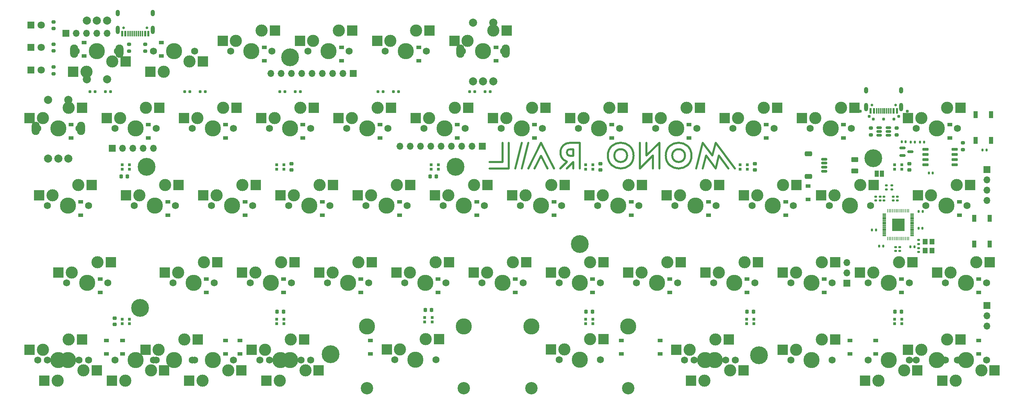
<source format=gbs>
%TF.GenerationSoftware,KiCad,Pcbnew,(6.0.10)*%
%TF.CreationDate,2023-05-22T09:52:38-05:00*%
%TF.ProjectId,Monorail_Diesel_Reduced,4d6f6e6f-7261-4696-9c5f-44696573656c,rev?*%
%TF.SameCoordinates,Original*%
%TF.FileFunction,Soldermask,Bot*%
%TF.FilePolarity,Negative*%
%FSLAX46Y46*%
G04 Gerber Fmt 4.6, Leading zero omitted, Abs format (unit mm)*
G04 Created by KiCad (PCBNEW (6.0.10)) date 2023-05-22 09:52:38*
%MOMM*%
%LPD*%
G01*
G04 APERTURE LIST*
G04 Aperture macros list*
%AMRoundRect*
0 Rectangle with rounded corners*
0 $1 Rounding radius*
0 $2 $3 $4 $5 $6 $7 $8 $9 X,Y pos of 4 corners*
0 Add a 4 corners polygon primitive as box body*
4,1,4,$2,$3,$4,$5,$6,$7,$8,$9,$2,$3,0*
0 Add four circle primitives for the rounded corners*
1,1,$1+$1,$2,$3*
1,1,$1+$1,$4,$5*
1,1,$1+$1,$6,$7*
1,1,$1+$1,$8,$9*
0 Add four rect primitives between the rounded corners*
20,1,$1+$1,$2,$3,$4,$5,0*
20,1,$1+$1,$4,$5,$6,$7,0*
20,1,$1+$1,$6,$7,$8,$9,0*
20,1,$1+$1,$8,$9,$2,$3,0*%
G04 Aperture macros list end*
%ADD10C,0.500000*%
%ADD11C,1.750000*%
%ADD12C,3.987800*%
%ADD13C,3.000000*%
%ADD14R,2.550000X2.500000*%
%ADD15C,0.787400*%
%ADD16C,3.048000*%
%ADD17R,1.700000X1.700000*%
%ADD18O,1.700000X1.700000*%
%ADD19R,1.800000X1.800000*%
%ADD20C,1.800000*%
%ADD21C,4.400000*%
%ADD22C,2.000000*%
%ADD23RoundRect,1.000000X0.000000X-0.650000X0.000000X0.650000X0.000000X0.650000X0.000000X-0.650000X0*%
%ADD24RoundRect,0.250000X0.625000X-0.375000X0.625000X0.375000X-0.625000X0.375000X-0.625000X-0.375000X0*%
%ADD25C,0.650000*%
%ADD26R,0.600000X1.450000*%
%ADD27R,0.300000X1.450000*%
%ADD28O,1.000000X2.100000*%
%ADD29O,1.000000X1.600000*%
%ADD30RoundRect,0.200000X0.275000X-0.200000X0.275000X0.200000X-0.275000X0.200000X-0.275000X-0.200000X0*%
%ADD31RoundRect,0.135000X0.185000X-0.135000X0.185000X0.135000X-0.185000X0.135000X-0.185000X-0.135000X0*%
%ADD32RoundRect,0.150000X0.512500X0.150000X-0.512500X0.150000X-0.512500X-0.150000X0.512500X-0.150000X0*%
%ADD33R,1.200000X0.900000*%
%ADD34RoundRect,0.225000X-0.250000X0.225000X-0.250000X-0.225000X0.250000X-0.225000X0.250000X0.225000X0*%
%ADD35RoundRect,0.135000X-0.135000X-0.185000X0.135000X-0.185000X0.135000X0.185000X-0.135000X0.185000X0*%
%ADD36R,0.700000X0.700000*%
%ADD37RoundRect,0.140000X0.170000X-0.140000X0.170000X0.140000X-0.170000X0.140000X-0.170000X-0.140000X0*%
%ADD38RoundRect,0.225000X0.225000X0.250000X-0.225000X0.250000X-0.225000X-0.250000X0.225000X-0.250000X0*%
%ADD39RoundRect,0.200000X-0.275000X0.200000X-0.275000X-0.200000X0.275000X-0.200000X0.275000X0.200000X0*%
%ADD40RoundRect,0.140000X0.140000X0.170000X-0.140000X0.170000X-0.140000X-0.170000X0.140000X-0.170000X0*%
%ADD41RoundRect,0.140000X-0.140000X-0.170000X0.140000X-0.170000X0.140000X0.170000X-0.140000X0.170000X0*%
%ADD42R,1.000000X1.700000*%
%ADD43RoundRect,0.006000X0.414000X0.094000X-0.414000X0.094000X-0.414000X-0.094000X0.414000X-0.094000X0*%
%ADD44RoundRect,0.020000X0.080000X0.400000X-0.080000X0.400000X-0.080000X-0.400000X0.080000X-0.400000X0*%
%ADD45R,3.100000X3.100000*%
%ADD46RoundRect,0.225000X-0.225000X-0.250000X0.225000X-0.250000X0.225000X0.250000X-0.225000X0.250000X0*%
%ADD47RoundRect,0.225000X0.250000X-0.225000X0.250000X0.225000X-0.250000X0.225000X-0.250000X-0.225000X0*%
%ADD48RoundRect,0.140000X-0.170000X0.140000X-0.170000X-0.140000X0.170000X-0.140000X0.170000X0.140000X0*%
%ADD49RoundRect,0.150000X0.650000X0.150000X-0.650000X0.150000X-0.650000X-0.150000X0.650000X-0.150000X0*%
%ADD50RoundRect,0.150000X0.625000X-0.150000X0.625000X0.150000X-0.625000X0.150000X-0.625000X-0.150000X0*%
%ADD51RoundRect,0.250000X0.650000X-0.350000X0.650000X0.350000X-0.650000X0.350000X-0.650000X-0.350000X0*%
%ADD52RoundRect,1.000000X0.000000X0.650000X0.000000X-0.650000X0.000000X-0.650000X0.000000X0.650000X0*%
%ADD53R,1.000000X1.500000*%
%ADD54RoundRect,0.150000X-0.587500X-0.150000X0.587500X-0.150000X0.587500X0.150000X-0.587500X0.150000X0*%
%ADD55R,1.200000X1.400000*%
%ADD56RoundRect,0.135000X0.135000X0.185000X-0.135000X0.185000X-0.135000X-0.185000X0.135000X-0.185000X0*%
G04 APERTURE END LIST*
D10*
X180784375Y-79775000D02*
G75*
G03*
X180784375Y-79775000I-3175000J0D01*
G01*
X165100000Y-76624184D02*
X167481250Y-76624184D01*
X148431250Y-81386684D02*
X148431250Y-76624184D01*
X145256250Y-81386684D02*
X148431250Y-81386684D01*
X196262500Y-82950000D02*
X197850000Y-76600000D01*
X201025000Y-82950000D02*
X198643750Y-79775000D01*
X187134375Y-76600000D02*
X183959375Y-79775000D01*
X204200000Y-82950000D02*
X201818750Y-79775000D01*
X200231250Y-79775000D02*
X201025000Y-76600000D01*
X151606250Y-82974184D02*
X153193750Y-76624184D01*
X187134375Y-82950000D02*
X187134375Y-76600000D01*
X164306250Y-82974184D02*
X165893750Y-81386684D01*
X150018750Y-82974184D02*
X145256250Y-82974184D01*
X179196875Y-79775000D02*
G75*
G03*
X179196875Y-79775000I-1587500J0D01*
G01*
X165893750Y-82974184D02*
X165893750Y-81386684D01*
X201025000Y-82950000D02*
X201818750Y-79775000D01*
X165893750Y-78211684D02*
X165100000Y-78211684D01*
X182371875Y-82950000D02*
X185546875Y-79775000D01*
X182371875Y-82950000D02*
X182371875Y-76600000D01*
X205787500Y-82950000D02*
X201025000Y-76600000D01*
X197850000Y-82950000D02*
X198643750Y-79775000D01*
X165893750Y-79799184D02*
X165893750Y-78211684D01*
X156368750Y-82974184D02*
X157956250Y-79799184D01*
X185546875Y-79775000D02*
X185546875Y-82950000D01*
X195071875Y-79775000D02*
G75*
G03*
X195071875Y-79775000I-3175000J0D01*
G01*
X157956250Y-79799184D02*
X159543750Y-82974184D01*
X200231250Y-79775000D02*
X197850000Y-76600000D01*
X165100000Y-76624118D02*
G75*
G03*
X164346983Y-81264486I0J-2381282D01*
G01*
X183959375Y-79775000D02*
X183959375Y-76600000D01*
X162718750Y-82974184D02*
X164306250Y-81386684D01*
X153193750Y-82974184D02*
X154781250Y-76624184D01*
X165100000Y-78211616D02*
G75*
G03*
X165100000Y-79799184I0J-793784D01*
G01*
X150018750Y-82974184D02*
X150018750Y-76624184D01*
X193484375Y-79775000D02*
G75*
G03*
X193484375Y-79775000I-1587500J0D01*
G01*
X157956250Y-76624184D02*
X154781250Y-82974184D01*
X165893750Y-79799184D02*
X165100000Y-79799184D01*
X161131250Y-82974184D02*
X157956250Y-76624184D01*
X167481250Y-82974184D02*
X167481250Y-76624184D01*
D11*
%TO.C,MX18*%
X33813750Y-73025000D03*
D12*
X38893750Y-73025000D03*
D13*
X41433750Y-67945000D03*
D11*
X43973750Y-73025000D03*
D13*
X35083750Y-70485000D03*
D14*
X31808750Y-70485000D03*
X44735750Y-67945000D03*
%TD*%
D13*
%TO.C,MX17*%
X60483750Y-67945000D03*
D12*
X57943750Y-73025000D03*
D11*
X63023750Y-73025000D03*
D13*
X54133750Y-70485000D03*
D11*
X52863750Y-73025000D03*
D14*
X50858750Y-70485000D03*
X63785750Y-67945000D03*
%TD*%
D13*
%TO.C,MX16*%
X73183750Y-70485000D03*
D11*
X71913750Y-73025000D03*
D12*
X76993750Y-73025000D03*
D13*
X79533750Y-67945000D03*
D11*
X82073750Y-73025000D03*
D14*
X69908750Y-70485000D03*
X82835750Y-67945000D03*
%TD*%
D11*
%TO.C,MX15*%
X90963750Y-73025000D03*
D12*
X96043750Y-73025000D03*
D13*
X92233750Y-70485000D03*
D11*
X101123750Y-73025000D03*
D13*
X98583750Y-67945000D03*
D14*
X88958750Y-70485000D03*
X101885750Y-67945000D03*
%TD*%
D13*
%TO.C,MX14*%
X117633750Y-67945000D03*
D11*
X110013750Y-73025000D03*
D12*
X115093750Y-73025000D03*
D11*
X120173750Y-73025000D03*
D13*
X111283750Y-70485000D03*
D14*
X108008750Y-70485000D03*
X120935750Y-67945000D03*
%TD*%
D12*
%TO.C,MX13*%
X134143750Y-73025000D03*
D13*
X130333750Y-70485000D03*
D11*
X129063750Y-73025000D03*
D13*
X136683750Y-67945000D03*
D11*
X139223750Y-73025000D03*
D14*
X127058750Y-70485000D03*
X139985750Y-67945000D03*
%TD*%
D11*
%TO.C,MX12*%
X148113750Y-73025000D03*
D12*
X153193750Y-73025000D03*
D13*
X149383750Y-70485000D03*
D11*
X158273750Y-73025000D03*
D13*
X155733750Y-67945000D03*
D14*
X146108750Y-70485000D03*
X159035750Y-67945000D03*
%TD*%
D12*
%TO.C,MX11*%
X172243750Y-73025000D03*
D13*
X168433750Y-70485000D03*
X174783750Y-67945000D03*
D11*
X177323750Y-73025000D03*
X167163750Y-73025000D03*
D14*
X165158750Y-70485000D03*
X178085750Y-67945000D03*
%TD*%
D13*
%TO.C,MX10*%
X187483750Y-70485000D03*
X193833750Y-67945000D03*
D11*
X196373750Y-73025000D03*
X186213750Y-73025000D03*
D12*
X191293750Y-73025000D03*
D14*
X184208750Y-70485000D03*
X197135750Y-67945000D03*
%TD*%
D12*
%TO.C,MX9*%
X210343750Y-73025000D03*
D11*
X205263750Y-73025000D03*
D13*
X206533750Y-70485000D03*
D11*
X215423750Y-73025000D03*
D13*
X212883750Y-67945000D03*
D14*
X203258750Y-70485000D03*
X216185750Y-67945000D03*
%TD*%
D13*
%TO.C,MX8*%
X225583750Y-70485000D03*
X231933750Y-67945000D03*
D12*
X229393750Y-73025000D03*
D11*
X234473750Y-73025000D03*
X224313750Y-73025000D03*
D14*
X222308750Y-70485000D03*
X235235750Y-67945000D03*
%TD*%
D13*
%TO.C,MX7*%
X251777500Y-70485000D03*
X258127500Y-67945000D03*
D11*
X250507500Y-73025000D03*
X260667500Y-73025000D03*
D12*
X255587500Y-73025000D03*
D14*
X248502500Y-70485000D03*
X261429500Y-67945000D03*
%TD*%
D13*
%TO.C,MX30*%
X43815000Y-86995000D03*
D11*
X36195000Y-92075000D03*
D12*
X41275000Y-92075000D03*
D11*
X46355000Y-92075000D03*
D13*
X37465000Y-89535000D03*
D14*
X34190000Y-89535000D03*
X47117000Y-86995000D03*
%TD*%
D12*
%TO.C,MX29*%
X62706250Y-92075000D03*
D13*
X58896250Y-89535000D03*
D11*
X57626250Y-92075000D03*
X67786250Y-92075000D03*
D13*
X65246250Y-86995000D03*
D14*
X55621250Y-89535000D03*
X68548250Y-86995000D03*
%TD*%
D11*
%TO.C,MX28*%
X76676250Y-92075000D03*
D12*
X81756250Y-92075000D03*
D13*
X84296250Y-86995000D03*
X77946250Y-89535000D03*
D11*
X86836250Y-92075000D03*
D14*
X74671250Y-89535000D03*
X87598250Y-86995000D03*
%TD*%
D11*
%TO.C,MX27*%
X95726250Y-92075000D03*
D13*
X103346250Y-86995000D03*
D12*
X100806250Y-92075000D03*
D11*
X105886250Y-92075000D03*
D13*
X96996250Y-89535000D03*
D14*
X93721250Y-89535000D03*
X106648250Y-86995000D03*
%TD*%
D12*
%TO.C,MX26*%
X119856250Y-92075000D03*
D11*
X114776250Y-92075000D03*
X124936250Y-92075000D03*
D13*
X116046250Y-89535000D03*
X122396250Y-86995000D03*
D14*
X112771250Y-89535000D03*
X125698250Y-86995000D03*
%TD*%
D13*
%TO.C,MX25*%
X135096250Y-89535000D03*
X141446250Y-86995000D03*
D11*
X143986250Y-92075000D03*
D12*
X138906250Y-92075000D03*
D11*
X133826250Y-92075000D03*
D14*
X131821250Y-89535000D03*
X144748250Y-86995000D03*
%TD*%
D11*
%TO.C,MX24*%
X163036250Y-92075000D03*
X152876250Y-92075000D03*
D13*
X160496250Y-86995000D03*
D12*
X157956250Y-92075000D03*
D13*
X154146250Y-89535000D03*
D14*
X150871250Y-89535000D03*
X163798250Y-86995000D03*
%TD*%
%TO.C,MX19*%
X182848250Y-86995000D03*
X169921250Y-89535000D03*
D13*
X173196250Y-89535000D03*
D11*
X171926250Y-92075000D03*
D12*
X177006250Y-92075000D03*
D11*
X182086250Y-92075000D03*
D13*
X179546250Y-86995000D03*
%TD*%
D12*
%TO.C,MX23*%
X196056250Y-92075000D03*
D13*
X198596250Y-86995000D03*
D11*
X201136250Y-92075000D03*
D13*
X192246250Y-89535000D03*
D11*
X190976250Y-92075000D03*
D14*
X188971250Y-89535000D03*
X201898250Y-86995000D03*
%TD*%
D12*
%TO.C,MX22*%
X215106250Y-92075000D03*
D11*
X220186250Y-92075000D03*
D13*
X217646250Y-86995000D03*
D11*
X210026250Y-92075000D03*
D13*
X211296250Y-89535000D03*
D14*
X208021250Y-89535000D03*
X220948250Y-86995000D03*
%TD*%
D13*
%TO.C,MX21*%
X236696250Y-86995000D03*
D11*
X239236250Y-92075000D03*
X229076250Y-92075000D03*
D12*
X234156250Y-92075000D03*
D13*
X230346250Y-89535000D03*
D14*
X227071250Y-89535000D03*
X239998250Y-86995000D03*
%TD*%
D11*
%TO.C,MX20*%
X252888750Y-92075000D03*
D12*
X257968750Y-92075000D03*
D13*
X254158750Y-89535000D03*
D11*
X263048750Y-92075000D03*
D13*
X260508750Y-86995000D03*
D14*
X250883750Y-89535000D03*
X263810750Y-86995000D03*
%TD*%
D11*
%TO.C,MX42*%
X40957500Y-111125000D03*
D13*
X42227500Y-108585000D03*
D12*
X46037500Y-111125000D03*
D13*
X48577500Y-106045000D03*
D11*
X51117500Y-111125000D03*
D14*
X38952500Y-108585000D03*
X51879500Y-106045000D03*
%TD*%
D12*
%TO.C,MX41*%
X72231250Y-111125000D03*
D11*
X77311250Y-111125000D03*
D13*
X74771250Y-106045000D03*
X68421250Y-108585000D03*
D11*
X67151250Y-111125000D03*
D14*
X65146250Y-108585000D03*
X78073250Y-106045000D03*
%TD*%
D11*
%TO.C,MX40*%
X86201250Y-111125000D03*
D13*
X87471250Y-108585000D03*
D11*
X96361250Y-111125000D03*
D13*
X93821250Y-106045000D03*
D12*
X91281250Y-111125000D03*
D14*
X84196250Y-108585000D03*
X97123250Y-106045000D03*
%TD*%
D11*
%TO.C,MX39*%
X115411250Y-111125000D03*
D13*
X106521250Y-108585000D03*
D11*
X105251250Y-111125000D03*
D13*
X112871250Y-106045000D03*
D12*
X110331250Y-111125000D03*
D14*
X103246250Y-108585000D03*
X116173250Y-106045000D03*
%TD*%
D11*
%TO.C,MX38*%
X134461250Y-111125000D03*
X124301250Y-111125000D03*
D12*
X129381250Y-111125000D03*
D13*
X131921250Y-106045000D03*
X125571250Y-108585000D03*
D14*
X122296250Y-108585000D03*
X135223250Y-106045000D03*
%TD*%
D11*
%TO.C,MX37*%
X143351250Y-111125000D03*
D13*
X150971250Y-106045000D03*
X144621250Y-108585000D03*
D12*
X148431250Y-111125000D03*
D11*
X153511250Y-111125000D03*
D14*
X141346250Y-108585000D03*
X154273250Y-106045000D03*
%TD*%
D13*
%TO.C,MX36*%
X163671250Y-108585000D03*
D11*
X162401250Y-111125000D03*
D12*
X167481250Y-111125000D03*
D11*
X172561250Y-111125000D03*
D13*
X170021250Y-106045000D03*
D14*
X160396250Y-108585000D03*
X173323250Y-106045000D03*
%TD*%
D11*
%TO.C,MX35*%
X181451250Y-111125000D03*
X191611250Y-111125000D03*
D13*
X189071250Y-106045000D03*
X182721250Y-108585000D03*
D12*
X186531250Y-111125000D03*
D14*
X179446250Y-108585000D03*
X192373250Y-106045000D03*
%TD*%
D11*
%TO.C,MX34*%
X210661250Y-111125000D03*
D13*
X201771250Y-108585000D03*
X208121250Y-106045000D03*
D12*
X205581250Y-111125000D03*
D11*
X200501250Y-111125000D03*
D14*
X198496250Y-108585000D03*
X211423250Y-106045000D03*
%TD*%
D13*
%TO.C,MX33*%
X227171250Y-106045000D03*
D12*
X224631250Y-111125000D03*
D11*
X229711250Y-111125000D03*
X219551250Y-111125000D03*
D13*
X220821250Y-108585000D03*
D14*
X217546250Y-108585000D03*
X230473250Y-106045000D03*
%TD*%
D11*
%TO.C,MX32*%
X238601250Y-111125000D03*
D12*
X243681250Y-111125000D03*
D11*
X248761250Y-111125000D03*
D13*
X246221250Y-106045000D03*
X239871250Y-108585000D03*
D14*
X236596250Y-108585000D03*
X249523250Y-106045000D03*
%TD*%
D11*
%TO.C,MX31*%
X267811250Y-111125000D03*
D13*
X265271250Y-106045000D03*
X258921250Y-108585000D03*
D12*
X262731250Y-111125000D03*
D11*
X257651250Y-111125000D03*
D14*
X255646250Y-108585000D03*
X268573250Y-106045000D03*
%TD*%
D11*
%TO.C,MX5*%
X72548750Y-53975000D03*
D13*
X71278750Y-56515000D03*
D12*
X67468750Y-53975000D03*
D13*
X64928750Y-59055000D03*
D11*
X62388750Y-53975000D03*
D14*
X74553750Y-56515000D03*
X61626750Y-59055000D03*
%TD*%
D12*
%TO.C,MX4*%
X86518750Y-53975000D03*
D11*
X91598750Y-53975000D03*
X81438750Y-53975000D03*
D13*
X82708750Y-51435000D03*
X89058750Y-48895000D03*
D14*
X79433750Y-51435000D03*
X92360750Y-48895000D03*
%TD*%
D13*
%TO.C,MX3*%
X108108750Y-48895000D03*
D11*
X110648750Y-53975000D03*
X100488750Y-53975000D03*
D13*
X101758750Y-51435000D03*
D12*
X105568750Y-53975000D03*
D14*
X98483750Y-51435000D03*
X111410750Y-48895000D03*
%TD*%
D11*
%TO.C,MX2*%
X129698750Y-53975000D03*
X119538750Y-53975000D03*
D13*
X120808750Y-51435000D03*
D12*
X124618750Y-53975000D03*
D13*
X127158750Y-48895000D03*
D14*
X117533750Y-51435000D03*
X130460750Y-48895000D03*
%TD*%
D11*
%TO.C,MX1*%
X138588750Y-53975000D03*
D12*
X143668750Y-53975000D03*
D13*
X139858750Y-51435000D03*
X146208750Y-48895000D03*
D11*
X148748750Y-53975000D03*
D14*
X136583750Y-51435000D03*
X149510750Y-48895000D03*
%TD*%
D13*
%TO.C,MX45*%
X241141250Y-135255000D03*
D12*
X243681250Y-130175000D03*
D11*
X238601250Y-130175000D03*
D13*
X247491250Y-132715000D03*
D11*
X248761250Y-130175000D03*
D14*
X250766250Y-132715000D03*
X237839250Y-135255000D03*
%TD*%
D15*
%TO.C,REF\u002A\u002A*%
X50482500Y-64039750D03*
X51752500Y-64039750D03*
X47942500Y-64039750D03*
X46672500Y-64039750D03*
%TD*%
D13*
%TO.C,MX48*%
X194627500Y-127635000D03*
D11*
X193357500Y-130175000D03*
X203517500Y-130175000D03*
D13*
X200977500Y-125095000D03*
D12*
X198437500Y-130175000D03*
D14*
X191352500Y-127635000D03*
X204279500Y-125095000D03*
%TD*%
D13*
%TO.C,MX44*%
X258127500Y-125095000D03*
D11*
X260667500Y-130175000D03*
D13*
X251777500Y-127635000D03*
D11*
X250507500Y-130175000D03*
D12*
X255587500Y-130175000D03*
D14*
X248502500Y-127635000D03*
X261429500Y-125095000D03*
%TD*%
D15*
%TO.C,REF\u002A\u002A*%
X98583750Y-64039750D03*
X97313750Y-64039750D03*
X93503750Y-64039750D03*
X94773750Y-64039750D03*
%TD*%
D13*
%TO.C,MX49*%
X170053000Y-125088750D03*
D12*
X179451000Y-121913750D03*
D13*
X163703000Y-127628750D03*
D16*
X179451000Y-137153750D03*
D11*
X172593000Y-130168750D03*
D12*
X167513000Y-130168750D03*
X155575000Y-121913750D03*
D16*
X155575000Y-137153750D03*
D11*
X162433000Y-130168750D03*
D14*
X160428000Y-127628750D03*
X173355000Y-125088750D03*
%TD*%
D17*
%TO.C,J3*%
X143512500Y-77437500D03*
D18*
X140972500Y-77437500D03*
X138432500Y-77437500D03*
X135892500Y-77437500D03*
X133352500Y-77437500D03*
X130812500Y-77437500D03*
X128272500Y-77437500D03*
X125732500Y-77437500D03*
X123192500Y-77437500D03*
%TD*%
D15*
%TO.C,REF\u002A\u002A*%
X245030625Y-70786625D03*
X242490625Y-70786625D03*
X239950625Y-70786625D03*
%TD*%
D13*
%TO.C,MX51*%
X93503750Y-135255000D03*
X99853750Y-132715000D03*
D11*
X101123750Y-130175000D03*
D12*
X96043750Y-130175000D03*
D11*
X90963750Y-130175000D03*
D14*
X103128750Y-132715000D03*
X90201750Y-135255000D03*
%TD*%
D13*
%TO.C,MX43*%
X260191250Y-135255000D03*
D11*
X257651250Y-130175000D03*
X267811250Y-130175000D03*
D13*
X266541250Y-132715000D03*
D12*
X262731250Y-130175000D03*
D14*
X269816250Y-132715000D03*
X256889250Y-135255000D03*
%TD*%
D17*
%TO.C,J2*%
X111680625Y-59531250D03*
D18*
X109140625Y-59531250D03*
X106600625Y-59531250D03*
X104060625Y-59531250D03*
X101520625Y-59531250D03*
X98980625Y-59531250D03*
X96440625Y-59531250D03*
X93900625Y-59531250D03*
X91360625Y-59531250D03*
%TD*%
D17*
%TO.C,J4*%
X52175000Y-78000000D03*
D18*
X54715000Y-78000000D03*
X57255000Y-78000000D03*
X59795000Y-78000000D03*
X62335000Y-78000000D03*
%TD*%
D13*
%TO.C,MX53*%
X74453750Y-135255000D03*
X80803750Y-132715000D03*
D11*
X82073750Y-130175000D03*
D12*
X76993750Y-130175000D03*
D11*
X71913750Y-130175000D03*
D14*
X84078750Y-132715000D03*
X71151750Y-135255000D03*
%TD*%
D13*
%TO.C,MX57*%
X41433750Y-125095000D03*
D11*
X33813750Y-130175000D03*
D12*
X38893750Y-130175000D03*
D11*
X43973750Y-130175000D03*
D13*
X35083750Y-127635000D03*
D14*
X31808750Y-127635000D03*
X44735750Y-125095000D03*
%TD*%
D19*
%TO.C,D3*%
X32099250Y-58642000D03*
D20*
X34639250Y-58642000D03*
%TD*%
D15*
%TO.C,REF\u002A\u002A*%
X141605000Y-64039750D03*
X145415000Y-64039750D03*
X144145000Y-64039750D03*
X140335000Y-64039750D03*
%TD*%
D11*
%TO.C,MX46*%
X219551250Y-130175000D03*
D13*
X227171250Y-125095000D03*
D12*
X224631250Y-130175000D03*
D13*
X220821250Y-127635000D03*
D11*
X229711250Y-130175000D03*
D14*
X217546250Y-127635000D03*
X230473250Y-125095000D03*
%TD*%
D21*
%TO.C,*%
X96043750Y-55562500D03*
%TD*%
D13*
%TO.C,MX54*%
X70008750Y-125095000D03*
D11*
X62388750Y-130175000D03*
X72548750Y-130175000D03*
D13*
X63658750Y-127635000D03*
D12*
X67468750Y-130175000D03*
D14*
X60383750Y-127635000D03*
X73310750Y-125095000D03*
%TD*%
D22*
%TO.C,SW1*%
X141168750Y-61475000D03*
X146168750Y-61475000D03*
X143668750Y-61475000D03*
D23*
X138068750Y-53975000D03*
X149268750Y-53975000D03*
D22*
X146168750Y-46975000D03*
X141168750Y-46975000D03*
%TD*%
D11*
%TO.C,MX47*%
X205898750Y-130175000D03*
X195738750Y-130175000D03*
D13*
X204628750Y-132715000D03*
D12*
X200818750Y-130175000D03*
D13*
X198278750Y-135255000D03*
D14*
X207903750Y-132715000D03*
X194976750Y-135255000D03*
%TD*%
D15*
%TO.C,REF\u002A\u002A*%
X122793125Y-64039750D03*
X118983125Y-64039750D03*
X117713125Y-64039750D03*
X121523125Y-64039750D03*
%TD*%
D19*
%TO.C,D1*%
X32099250Y-47592000D03*
D20*
X34639250Y-47592000D03*
%TD*%
D13*
%TO.C,MX6*%
X52228750Y-56515000D03*
D11*
X43338750Y-53975000D03*
D12*
X48418750Y-53975000D03*
D11*
X53498750Y-53975000D03*
D13*
X45878750Y-59055000D03*
D14*
X55503750Y-56515000D03*
X42576750Y-59055000D03*
%TD*%
D12*
%TO.C,MX50*%
X115062000Y-121913750D03*
D11*
X132080000Y-130168750D03*
D12*
X138938000Y-121913750D03*
D11*
X121920000Y-130168750D03*
D12*
X127000000Y-130168750D03*
D16*
X115062000Y-137153750D03*
D13*
X123190000Y-127628750D03*
D16*
X138938000Y-137153750D03*
D13*
X129540000Y-125088750D03*
D14*
X119915000Y-127628750D03*
X132842000Y-125088750D03*
%TD*%
D21*
%TO.C,H1*%
X239953400Y-80424450D03*
X136903400Y-82550450D03*
X167553400Y-101600450D03*
X60703400Y-82550450D03*
X211703400Y-129059450D03*
X59103400Y-117324450D03*
X106053400Y-128774450D03*
%TD*%
D11*
%TO.C,MX56*%
X36195000Y-130175000D03*
X46355000Y-130175000D03*
D13*
X38735000Y-135255000D03*
X45085000Y-132715000D03*
D12*
X41275000Y-130175000D03*
D14*
X48360000Y-132715000D03*
X35433000Y-135255000D03*
%TD*%
D15*
%TO.C,REF\u002A\u002A*%
X246135466Y-70140262D03*
X248335170Y-68870262D03*
%TD*%
%TO.C,REF\u002A\u002A*%
X70088125Y-64039750D03*
X75168125Y-64039750D03*
X71358125Y-64039750D03*
X73898125Y-64039750D03*
%TD*%
D19*
%TO.C,D2*%
X32099250Y-53117000D03*
D20*
X34639250Y-53117000D03*
%TD*%
D11*
%TO.C,MX52*%
X98742500Y-130175000D03*
D12*
X93662500Y-130175000D03*
D13*
X89852500Y-127635000D03*
X96202500Y-125095000D03*
D11*
X88582500Y-130175000D03*
D14*
X86577500Y-127635000D03*
X99504500Y-125095000D03*
%TD*%
D15*
%TO.C,REF\u002A\u002A*%
X236655560Y-68861242D03*
X238855264Y-70131242D03*
%TD*%
D17*
%TO.C,J1*%
X40737500Y-49587500D03*
D18*
X43277500Y-49587500D03*
X45817500Y-49587500D03*
X48357500Y-49587500D03*
X50897500Y-49587500D03*
%TD*%
D11*
%TO.C,MX55*%
X63023750Y-130175000D03*
X52863750Y-130175000D03*
D12*
X57943750Y-130175000D03*
D13*
X55403750Y-135255000D03*
X61753750Y-132715000D03*
D14*
X65028750Y-132715000D03*
X52101750Y-135255000D03*
%TD*%
D24*
%TO.C,F1*%
X235347928Y-83571835D03*
X235347928Y-80771835D03*
%TD*%
D25*
%TO.C,J6*%
X245380625Y-67290625D03*
X239600625Y-67290625D03*
D26*
X239240625Y-68735625D03*
X240040625Y-68735625D03*
D27*
X241240625Y-68735625D03*
X242240625Y-68735625D03*
X242740625Y-68735625D03*
X243740625Y-68735625D03*
D26*
X244940625Y-68735625D03*
X245740625Y-68735625D03*
X245740625Y-68735625D03*
X244940625Y-68735625D03*
D27*
X244240625Y-68735625D03*
X243240625Y-68735625D03*
X241740625Y-68735625D03*
X240740625Y-68735625D03*
D26*
X240040625Y-68735625D03*
X239240625Y-68735625D03*
D28*
X246810625Y-67820625D03*
D29*
X238170625Y-63640625D03*
D28*
X238170625Y-67820625D03*
D29*
X246810625Y-63640625D03*
%TD*%
D30*
%TO.C,R4*%
X60325000Y-54006250D03*
X60325000Y-52356250D03*
%TD*%
%TO.C,R7*%
X245665625Y-74643750D03*
X245665625Y-72993750D03*
%TD*%
%TO.C,R6*%
X239315625Y-74643750D03*
X239315625Y-72993750D03*
%TD*%
%TO.C,R3*%
X56356250Y-54006250D03*
X56356250Y-52356250D03*
%TD*%
D31*
%TO.C,R10*%
X243125625Y-88147500D03*
X243125625Y-87127500D03*
%TD*%
D32*
%TO.C,U1*%
X243628125Y-72868750D03*
X243628125Y-73818750D03*
X243628125Y-74768750D03*
X241353125Y-74768750D03*
X241353125Y-73818750D03*
X241353125Y-72868750D03*
%TD*%
D33*
%TO.C,D42*%
X94456250Y-113568750D03*
X94456250Y-110268750D03*
%TD*%
D34*
%TO.C,C28*%
X52784375Y-119875000D03*
X52784375Y-121425000D03*
%TD*%
D33*
%TO.C,D12*%
X80168750Y-75468750D03*
X80168750Y-72168750D03*
%TD*%
D17*
%TO.C,SWD1*%
X233362500Y-111268750D03*
D18*
X233362500Y-108728750D03*
X233362500Y-106188750D03*
%TD*%
D33*
%TO.C,D37*%
X199231250Y-94518750D03*
X199231250Y-91218750D03*
%TD*%
%TO.C,D11*%
X61118750Y-75468750D03*
X61118750Y-72168750D03*
%TD*%
%TO.C,D38*%
X218281250Y-94518750D03*
X218281250Y-91218750D03*
%TD*%
%TO.C,D17*%
X175418750Y-75468750D03*
X175418750Y-72168750D03*
%TD*%
D35*
%TO.C,R9*%
X266836250Y-78393751D03*
X267856250Y-78393751D03*
%TD*%
D33*
%TO.C,D21*%
X258762500Y-75468750D03*
X258762500Y-72168750D03*
%TD*%
D36*
%TO.C,D54*%
X92747500Y-120100000D03*
X94577500Y-120100000D03*
X94577500Y-121200000D03*
X92747500Y-121200000D03*
%TD*%
%TO.C,D25*%
X170777500Y-83100000D03*
X168947500Y-83100000D03*
X168947500Y-82000000D03*
X170777500Y-82000000D03*
%TD*%
D37*
%TO.C,C22*%
X251064013Y-103552401D03*
X251064013Y-102592401D03*
%TD*%
%TO.C,C15*%
X245808750Y-90830023D03*
X245808750Y-89870023D03*
%TD*%
D17*
%TO.C,J9*%
X267962500Y-116712500D03*
D18*
X267962500Y-119252500D03*
X267962500Y-121792500D03*
%TD*%
D38*
%TO.C,C10*%
X132140625Y-84931250D03*
X130590625Y-84931250D03*
%TD*%
D39*
%TO.C,R8*%
X261976292Y-76648118D03*
X261976292Y-78298118D03*
%TD*%
D40*
%TO.C,C3*%
X252409280Y-76490476D03*
X251449280Y-76490476D03*
%TD*%
D39*
%TO.C,R5*%
X37703125Y-57912500D03*
X37703125Y-59562500D03*
%TD*%
D41*
%TO.C,C16*%
X251122014Y-93542939D03*
X252082014Y-93542939D03*
%TD*%
D33*
%TO.C,D16*%
X156368750Y-75468750D03*
X156368750Y-72168750D03*
%TD*%
D41*
%TO.C,C1*%
X246919787Y-76333887D03*
X247879787Y-76333887D03*
%TD*%
D25*
%TO.C,J5*%
X60770250Y-48240625D03*
X54990250Y-48240625D03*
D26*
X54630250Y-49685625D03*
X55430250Y-49685625D03*
D27*
X56630250Y-49685625D03*
X57630250Y-49685625D03*
X58130250Y-49685625D03*
X59130250Y-49685625D03*
D26*
X60330250Y-49685625D03*
X61130250Y-49685625D03*
X61130250Y-49685625D03*
X60330250Y-49685625D03*
D27*
X59630250Y-49685625D03*
X58630250Y-49685625D03*
X57130250Y-49685625D03*
X56130250Y-49685625D03*
D26*
X55430250Y-49685625D03*
X54630250Y-49685625D03*
D29*
X53560250Y-44590625D03*
D28*
X62200250Y-48770625D03*
D29*
X62200250Y-44590625D03*
D28*
X53560250Y-48770625D03*
%TD*%
D33*
%TO.C,D19*%
X213518750Y-75468750D03*
X213518750Y-72168750D03*
%TD*%
%TO.C,D6*%
X89693750Y-56418750D03*
X89693750Y-53118750D03*
%TD*%
%TO.C,D66*%
X240506250Y-125350000D03*
X240506250Y-128650000D03*
%TD*%
D37*
%TO.C,C13*%
X242567100Y-90830023D03*
X242567100Y-89870023D03*
%TD*%
D42*
%TO.C,SWR2*%
X268600000Y-95275000D03*
X268600000Y-101575000D03*
X264800000Y-101575000D03*
X264800000Y-95275000D03*
%TD*%
D33*
%TO.C,D43*%
X113506250Y-113568750D03*
X113506250Y-110268750D03*
%TD*%
%TO.C,D59*%
X54768750Y-125350000D03*
X54768750Y-128650000D03*
%TD*%
D35*
%TO.C,R12*%
X241331994Y-102074696D03*
X242351994Y-102074696D03*
%TD*%
D36*
%TO.C,D23*%
X94577500Y-83100000D03*
X92747500Y-83100000D03*
X92747500Y-82000000D03*
X94577500Y-82000000D03*
%TD*%
%TO.C,D53*%
X54647500Y-120100000D03*
X56477500Y-120100000D03*
X56477500Y-121200000D03*
X54647500Y-121200000D03*
%TD*%
D38*
%TO.C,C9*%
X55940625Y-84931250D03*
X54390625Y-84931250D03*
%TD*%
D33*
%TO.C,D10*%
X42068750Y-75468750D03*
X42068750Y-72168750D03*
%TD*%
D43*
%TO.C,U4*%
X249497500Y-94237500D03*
X249497500Y-94637500D03*
X249497500Y-95037500D03*
X249497500Y-95437500D03*
X249497500Y-95837500D03*
X249497500Y-96237500D03*
X249497500Y-96637500D03*
X249497500Y-97037500D03*
X249497500Y-97437500D03*
X249497500Y-97837500D03*
X249497500Y-98237500D03*
X249497500Y-98637500D03*
X249497500Y-99037500D03*
X249497500Y-99437500D03*
D44*
X248662500Y-100272500D03*
X248262500Y-100272500D03*
X247862500Y-100272500D03*
X247462500Y-100272500D03*
X247062500Y-100272500D03*
X246662500Y-100272500D03*
X246262500Y-100272500D03*
X245862500Y-100272500D03*
X245462500Y-100272500D03*
X245062500Y-100272500D03*
X244662500Y-100272500D03*
X244262500Y-100272500D03*
X243862500Y-100272500D03*
X243462500Y-100272500D03*
D43*
X242627500Y-99437500D03*
X242627500Y-99037500D03*
X242627500Y-98637500D03*
X242627500Y-98237500D03*
X242627500Y-97837500D03*
X242627500Y-97437500D03*
X242627500Y-97037500D03*
X242627500Y-96637500D03*
X242627500Y-96237500D03*
X242627500Y-95837500D03*
X242627500Y-95437500D03*
X242627500Y-95037500D03*
X242627500Y-94637500D03*
X242627500Y-94237500D03*
D44*
X243462500Y-93402500D03*
X243862500Y-93402500D03*
X244262500Y-93402500D03*
X244662500Y-93402500D03*
X245062500Y-93402500D03*
X245462500Y-93402500D03*
X245862500Y-93402500D03*
X246262500Y-93402500D03*
X246662500Y-93402500D03*
X247062500Y-93402500D03*
X247462500Y-93402500D03*
X247862500Y-93402500D03*
X248262500Y-93402500D03*
X248662500Y-93402500D03*
D45*
X246062500Y-96837500D03*
%TD*%
D41*
%TO.C,C2*%
X249163134Y-76410261D03*
X250123134Y-76410261D03*
%TD*%
D33*
%TO.C,D32*%
X103981250Y-94518750D03*
X103981250Y-91218750D03*
%TD*%
D46*
%TO.C,C24*%
X92887500Y-118268750D03*
X94437500Y-118268750D03*
%TD*%
D33*
%TO.C,D9*%
X146843750Y-56418750D03*
X146843750Y-53118750D03*
%TD*%
D37*
%TO.C,C12*%
X241567100Y-90830023D03*
X241567100Y-89870023D03*
%TD*%
D33*
%TO.C,D14*%
X118268750Y-75468750D03*
X118268750Y-72168750D03*
%TD*%
%TO.C,D63*%
X177800000Y-125350000D03*
X177800000Y-128650000D03*
%TD*%
D47*
%TO.C,C4*%
X96440625Y-83325000D03*
X96440625Y-81775000D03*
%TD*%
D33*
%TO.C,D50*%
X246856250Y-113568750D03*
X246856250Y-110268750D03*
%TD*%
%TO.C,D60*%
X80168750Y-125350000D03*
X80168750Y-128650000D03*
%TD*%
%TO.C,D67*%
X265906250Y-125350000D03*
X265906250Y-128650000D03*
%TD*%
D17*
%TO.C,J8*%
X267962500Y-83237500D03*
D18*
X267962500Y-85777500D03*
X267962500Y-88317500D03*
X267962500Y-90857500D03*
%TD*%
D33*
%TO.C,D15*%
X137318750Y-75468750D03*
X137318750Y-72168750D03*
%TD*%
%TO.C,D20*%
X232568750Y-75468750D03*
X232568750Y-72168750D03*
%TD*%
D40*
%TO.C,C18*%
X240568286Y-98137203D03*
X239608286Y-98137203D03*
%TD*%
D36*
%TO.C,D27*%
X246977500Y-83100000D03*
X245147500Y-83100000D03*
X245147500Y-82000000D03*
X246977500Y-82000000D03*
%TD*%
D47*
%TO.C,C6*%
X210740625Y-83325000D03*
X210740625Y-81775000D03*
%TD*%
D33*
%TO.C,D34*%
X142081250Y-94518750D03*
X142081250Y-91218750D03*
%TD*%
D46*
%TO.C,C27*%
X245287500Y-118268750D03*
X246837500Y-118268750D03*
%TD*%
D33*
%TO.C,D62*%
X115887500Y-125350000D03*
X115887500Y-128650000D03*
%TD*%
D36*
%TO.C,D57*%
X245147500Y-120100000D03*
X246977500Y-120100000D03*
X246977500Y-121200000D03*
X245147500Y-121200000D03*
%TD*%
D33*
%TO.C,D45*%
X151606250Y-113568750D03*
X151606250Y-110268750D03*
%TD*%
%TO.C,D39*%
X261143750Y-94518750D03*
X261143750Y-91218750D03*
%TD*%
D46*
%TO.C,C26*%
X208775000Y-118268750D03*
X210325000Y-118268750D03*
%TD*%
D33*
%TO.C,D47*%
X189706250Y-113568750D03*
X189706250Y-110268750D03*
%TD*%
D48*
%TO.C,C21*%
X246400000Y-102357500D03*
X246400000Y-103317500D03*
%TD*%
D46*
%TO.C,C25*%
X169087500Y-118268750D03*
X170637500Y-118268750D03*
%TD*%
D37*
%TO.C,C14*%
X244808750Y-90830023D03*
X244808750Y-89870023D03*
%TD*%
D36*
%TO.C,D52*%
X129260000Y-119703125D03*
X131090000Y-119703125D03*
X131090000Y-120803125D03*
X129260000Y-120803125D03*
%TD*%
D33*
%TO.C,D40*%
X49212500Y-113568750D03*
X49212500Y-110268750D03*
%TD*%
%TO.C,D48*%
X208756250Y-113568750D03*
X208756250Y-110268750D03*
%TD*%
D39*
%TO.C,R1*%
X37703125Y-46800000D03*
X37703125Y-48450000D03*
%TD*%
D33*
%TO.C,D61*%
X83740625Y-125350000D03*
X83740625Y-128650000D03*
%TD*%
%TO.C,D13*%
X99218750Y-75468750D03*
X99218750Y-72168750D03*
%TD*%
D42*
%TO.C,SWR1*%
X265162500Y-69687500D03*
X265162500Y-75987500D03*
X268962500Y-75987500D03*
X268962500Y-69687500D03*
%TD*%
D49*
%TO.C,U3*%
X259981250Y-78263750D03*
X259981250Y-79533750D03*
X259981250Y-80803750D03*
X259981250Y-82073750D03*
X252781250Y-82073750D03*
X252781250Y-80803750D03*
X252781250Y-79533750D03*
X252781250Y-78263750D03*
%TD*%
D36*
%TO.C,D24*%
X132677500Y-83100000D03*
X130847500Y-83100000D03*
X130847500Y-82000000D03*
X132677500Y-82000000D03*
%TD*%
D33*
%TO.C,D30*%
X65881250Y-94518750D03*
X65881250Y-91218750D03*
%TD*%
%TO.C,D4*%
X45243750Y-51928125D03*
X45243750Y-55228125D03*
%TD*%
%TO.C,D64*%
X187325000Y-125350000D03*
X187325000Y-128650000D03*
%TD*%
%TO.C,D36*%
X180181250Y-94518750D03*
X180181250Y-91218750D03*
%TD*%
D31*
%TO.C,R11*%
X244462500Y-88147500D03*
X244462500Y-87127500D03*
%TD*%
D39*
%TO.C,R2*%
X37703125Y-52292000D03*
X37703125Y-53942000D03*
%TD*%
D33*
%TO.C,D7*%
X108743750Y-56418750D03*
X108743750Y-53118750D03*
%TD*%
%TO.C,D18*%
X194468750Y-75468750D03*
X194468750Y-72168750D03*
%TD*%
%TO.C,D5*%
X64293750Y-51928125D03*
X64293750Y-55228125D03*
%TD*%
D37*
%TO.C,C11*%
X240506250Y-90830023D03*
X240506250Y-89870023D03*
%TD*%
D33*
%TO.C,D33*%
X123031250Y-94518750D03*
X123031250Y-91218750D03*
%TD*%
%TO.C,D49*%
X227806250Y-113568750D03*
X227806250Y-110268750D03*
%TD*%
D36*
%TO.C,D22*%
X56477500Y-83100000D03*
X54647500Y-83100000D03*
X54647500Y-82000000D03*
X56477500Y-82000000D03*
%TD*%
%TO.C,D26*%
X208877500Y-83100000D03*
X207047500Y-83100000D03*
X207047500Y-82000000D03*
X208877500Y-82000000D03*
%TD*%
D50*
%TO.C,J7*%
X227821875Y-83653125D03*
X227821875Y-82653125D03*
X227821875Y-81653125D03*
X227821875Y-80653125D03*
D51*
X223946875Y-79353125D03*
X223946875Y-84953125D03*
%TD*%
D46*
%TO.C,C23*%
X129400000Y-117871875D03*
X130950000Y-117871875D03*
%TD*%
D33*
%TO.C,D31*%
X84931250Y-94518750D03*
X84931250Y-91218750D03*
%TD*%
%TO.C,D65*%
X234156250Y-125350000D03*
X234156250Y-128650000D03*
%TD*%
%TO.C,D58*%
X50800000Y-125350000D03*
X50800000Y-128650000D03*
%TD*%
D22*
%TO.C,SW2*%
X45918750Y-46475000D03*
X50918750Y-46475000D03*
X48418750Y-46475000D03*
D52*
X54018750Y-53975000D03*
X42818750Y-53975000D03*
D22*
X50918750Y-60975000D03*
X45918750Y-60975000D03*
%TD*%
D48*
%TO.C,C20*%
X245400000Y-102357500D03*
X245400000Y-103317500D03*
%TD*%
D33*
%TO.C,D35*%
X161131250Y-94518750D03*
X161131250Y-91218750D03*
%TD*%
D22*
%TO.C,SW3*%
X41393750Y-80525000D03*
X36393750Y-80525000D03*
X38893750Y-80525000D03*
D23*
X33293750Y-73025000D03*
X44493750Y-73025000D03*
D22*
X36393750Y-66025000D03*
X41393750Y-66025000D03*
%TD*%
D33*
%TO.C,D29*%
X44450000Y-94518750D03*
X44450000Y-91218750D03*
%TD*%
%TO.C,D28*%
X223837500Y-90550000D03*
X223837500Y-87250000D03*
%TD*%
D53*
%TO.C,JP1*%
X240732405Y-84217334D03*
X242032405Y-84217334D03*
%TD*%
D54*
%TO.C,U2*%
X247139171Y-79751119D03*
X247139171Y-77851119D03*
X249014171Y-78801119D03*
%TD*%
D33*
%TO.C,D41*%
X75406250Y-113568750D03*
X75406250Y-110268750D03*
%TD*%
%TO.C,D44*%
X132556250Y-113568750D03*
X132556250Y-110268750D03*
%TD*%
%TO.C,D8*%
X127793750Y-56418750D03*
X127793750Y-53118750D03*
%TD*%
D47*
%TO.C,C5*%
X172640625Y-83325000D03*
X172640625Y-81775000D03*
%TD*%
D55*
%TO.C,Y1*%
X252714013Y-103172401D03*
X252714013Y-100972401D03*
X254414013Y-100972401D03*
X254414013Y-103172401D03*
%TD*%
D33*
%TO.C,D46*%
X170656250Y-113568750D03*
X170656250Y-110268750D03*
%TD*%
D40*
%TO.C,C8*%
X254573695Y-84078765D03*
X253613695Y-84078765D03*
%TD*%
D33*
%TO.C,D51*%
X265906250Y-113568750D03*
X265906250Y-110268750D03*
%TD*%
D36*
%TO.C,D55*%
X168947500Y-120100000D03*
X170777500Y-120100000D03*
X170777500Y-121200000D03*
X168947500Y-121200000D03*
%TD*%
%TO.C,D56*%
X208635000Y-120100000D03*
X210465000Y-120100000D03*
X210465000Y-121200000D03*
X208635000Y-121200000D03*
%TD*%
D41*
%TO.C,C17*%
X251082500Y-97737500D03*
X252042500Y-97737500D03*
%TD*%
D47*
%TO.C,C7*%
X248840625Y-83325000D03*
X248840625Y-81775000D03*
%TD*%
D37*
%TO.C,C19*%
X251064013Y-101572401D03*
X251064013Y-100612401D03*
%TD*%
D56*
%TO.C,R13*%
X250074013Y-102237500D03*
X249054013Y-102237500D03*
%TD*%
M02*

</source>
